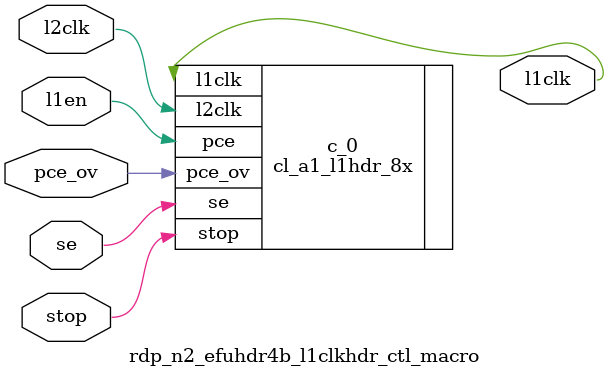
<source format=v>






module rdp_n2_efuhdr4b_l1clkhdr_ctl_macro (
  l2clk, 
  l1en, 
  pce_ov, 
  stop, 
  se, 
  l1clk);


  input l2clk;
  input l1en;
  input pce_ov;
  input stop;
  input se;
  output l1clk;



 

cl_a1_l1hdr_8x c_0 (


   .l2clk(l2clk),
   .pce(l1en),
   .l1clk(l1clk),
  .se(se),
  .pce_ov(pce_ov),
  .stop(stop)
);



endmodule









</source>
